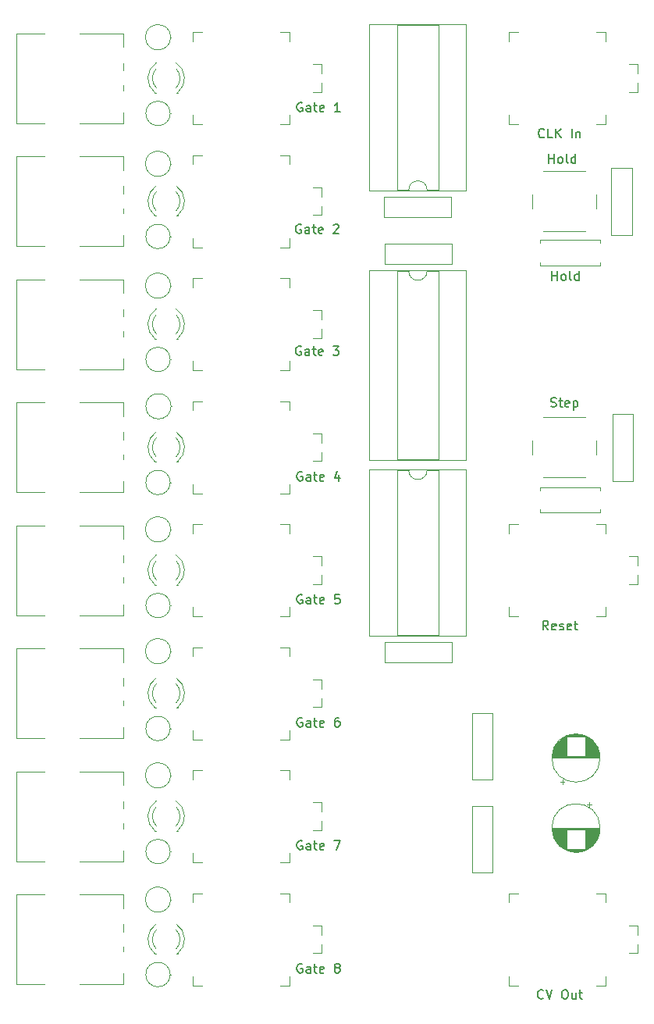
<source format=gbr>
G04 #@! TF.GenerationSoftware,KiCad,Pcbnew,(5.1.9)-1*
G04 #@! TF.CreationDate,2021-04-09T10:44:14+02:00*
G04 #@! TF.ProjectId,Baby 8,42616279-2038-42e6-9b69-6361645f7063,rev?*
G04 #@! TF.SameCoordinates,Original*
G04 #@! TF.FileFunction,Legend,Top*
G04 #@! TF.FilePolarity,Positive*
%FSLAX46Y46*%
G04 Gerber Fmt 4.6, Leading zero omitted, Abs format (unit mm)*
G04 Created by KiCad (PCBNEW (5.1.9)-1) date 2021-04-09 10:44:14*
%MOMM*%
%LPD*%
G01*
G04 APERTURE LIST*
%ADD10C,0.120000*%
%ADD11C,0.150000*%
G04 APERTURE END LIST*
D10*
G04 #@! TO.C,RV8*
X12455000Y-98670000D02*
X12455000Y-99500000D01*
X12455000Y-101120000D02*
X12455000Y-101650000D01*
X12455000Y-104020000D02*
X12455000Y-105200000D01*
X12455000Y-95460000D02*
X7735000Y-95460000D01*
X3925000Y-105200000D02*
X865000Y-105200000D01*
X12455000Y-105210000D02*
X7735000Y-105210000D01*
X3925000Y-95460000D02*
X865000Y-95460000D01*
X12455000Y-95460000D02*
X12455000Y-96950000D01*
X865000Y-95460000D02*
X865000Y-105200000D01*
G04 #@! TO.C,RV7*
X12455000Y-85335000D02*
X12455000Y-86165000D01*
X12455000Y-87785000D02*
X12455000Y-88315000D01*
X12455000Y-90685000D02*
X12455000Y-91865000D01*
X12455000Y-82125000D02*
X7735000Y-82125000D01*
X3925000Y-91865000D02*
X865000Y-91865000D01*
X12455000Y-91875000D02*
X7735000Y-91875000D01*
X3925000Y-82125000D02*
X865000Y-82125000D01*
X12455000Y-82125000D02*
X12455000Y-83615000D01*
X865000Y-82125000D02*
X865000Y-91865000D01*
G04 #@! TO.C,RV6*
X12455000Y-72000000D02*
X12455000Y-72830000D01*
X12455000Y-74450000D02*
X12455000Y-74980000D01*
X12455000Y-77350000D02*
X12455000Y-78530000D01*
X12455000Y-68790000D02*
X7735000Y-68790000D01*
X3925000Y-78530000D02*
X865000Y-78530000D01*
X12455000Y-78540000D02*
X7735000Y-78540000D01*
X3925000Y-68790000D02*
X865000Y-68790000D01*
X12455000Y-68790000D02*
X12455000Y-70280000D01*
X865000Y-68790000D02*
X865000Y-78530000D01*
G04 #@! TO.C,RV5*
X12455000Y-58665000D02*
X12455000Y-59495000D01*
X12455000Y-61115000D02*
X12455000Y-61645000D01*
X12455000Y-64015000D02*
X12455000Y-65195000D01*
X12455000Y-55455000D02*
X7735000Y-55455000D01*
X3925000Y-65195000D02*
X865000Y-65195000D01*
X12455000Y-65205000D02*
X7735000Y-65205000D01*
X3925000Y-55455000D02*
X865000Y-55455000D01*
X12455000Y-55455000D02*
X12455000Y-56945000D01*
X865000Y-55455000D02*
X865000Y-65195000D01*
G04 #@! TO.C,RV4*
X12455000Y-45330000D02*
X12455000Y-46160000D01*
X12455000Y-47780000D02*
X12455000Y-48310000D01*
X12455000Y-50680000D02*
X12455000Y-51860000D01*
X12455000Y-42120000D02*
X7735000Y-42120000D01*
X3925000Y-51860000D02*
X865000Y-51860000D01*
X12455000Y-51870000D02*
X7735000Y-51870000D01*
X3925000Y-42120000D02*
X865000Y-42120000D01*
X12455000Y-42120000D02*
X12455000Y-43610000D01*
X865000Y-42120000D02*
X865000Y-51860000D01*
G04 #@! TO.C,RV3*
X12455000Y-31995000D02*
X12455000Y-32825000D01*
X12455000Y-34445000D02*
X12455000Y-34975000D01*
X12455000Y-37345000D02*
X12455000Y-38525000D01*
X12455000Y-28785000D02*
X7735000Y-28785000D01*
X3925000Y-38525000D02*
X865000Y-38525000D01*
X12455000Y-38535000D02*
X7735000Y-38535000D01*
X3925000Y-28785000D02*
X865000Y-28785000D01*
X12455000Y-28785000D02*
X12455000Y-30275000D01*
X865000Y-28785000D02*
X865000Y-38525000D01*
G04 #@! TO.C,RV2*
X12455000Y-18660000D02*
X12455000Y-19490000D01*
X12455000Y-21110000D02*
X12455000Y-21640000D01*
X12455000Y-24010000D02*
X12455000Y-25190000D01*
X12455000Y-15450000D02*
X7735000Y-15450000D01*
X3925000Y-25190000D02*
X865000Y-25190000D01*
X12455000Y-25200000D02*
X7735000Y-25200000D01*
X3925000Y-15450000D02*
X865000Y-15450000D01*
X12455000Y-15450000D02*
X12455000Y-16940000D01*
X865000Y-15450000D02*
X865000Y-25190000D01*
G04 #@! TO.C,RV1*
X12455000Y-5325000D02*
X12455000Y-6155000D01*
X12455000Y-7775000D02*
X12455000Y-8305000D01*
X12455000Y-10675000D02*
X12455000Y-11855000D01*
X12455000Y-2115000D02*
X7735000Y-2115000D01*
X3925000Y-11855000D02*
X865000Y-11855000D01*
X12455000Y-11865000D02*
X7735000Y-11865000D01*
X3925000Y-2115000D02*
X865000Y-2115000D01*
X12455000Y-2115000D02*
X12455000Y-3605000D01*
X865000Y-2115000D02*
X865000Y-11855000D01*
G04 #@! TO.C,J5*
X34035000Y-5485000D02*
X33035000Y-5485000D01*
X34035000Y-6485000D02*
X34035000Y-5485000D01*
X34035000Y-8485000D02*
X34035000Y-7485000D01*
X33035000Y-8485000D02*
X34035000Y-8485000D01*
X20035000Y-2985000D02*
X20035000Y-1985000D01*
X20035000Y-1985000D02*
X21035000Y-1985000D01*
X20035000Y-10985000D02*
X20035000Y-11985000D01*
X20035000Y-11985000D02*
X21035000Y-11985000D01*
X29535000Y-11985000D02*
X30535000Y-11985000D01*
X30535000Y-11985000D02*
X30535000Y-10985000D01*
X29535000Y-1985000D02*
X30535000Y-1985000D01*
X30535000Y-1985000D02*
X30535000Y-2985000D01*
G04 #@! TO.C,J12*
X34035000Y-98830000D02*
X33035000Y-98830000D01*
X34035000Y-99830000D02*
X34035000Y-98830000D01*
X34035000Y-101830000D02*
X34035000Y-100830000D01*
X33035000Y-101830000D02*
X34035000Y-101830000D01*
X20035000Y-96330000D02*
X20035000Y-95330000D01*
X20035000Y-95330000D02*
X21035000Y-95330000D01*
X20035000Y-104330000D02*
X20035000Y-105330000D01*
X20035000Y-105330000D02*
X21035000Y-105330000D01*
X29535000Y-105330000D02*
X30535000Y-105330000D01*
X30535000Y-105330000D02*
X30535000Y-104330000D01*
X29535000Y-95330000D02*
X30535000Y-95330000D01*
X30535000Y-95330000D02*
X30535000Y-96330000D01*
G04 #@! TO.C,J11*
X34035000Y-85495000D02*
X33035000Y-85495000D01*
X34035000Y-86495000D02*
X34035000Y-85495000D01*
X34035000Y-88495000D02*
X34035000Y-87495000D01*
X33035000Y-88495000D02*
X34035000Y-88495000D01*
X20035000Y-82995000D02*
X20035000Y-81995000D01*
X20035000Y-81995000D02*
X21035000Y-81995000D01*
X20035000Y-90995000D02*
X20035000Y-91995000D01*
X20035000Y-91995000D02*
X21035000Y-91995000D01*
X29535000Y-91995000D02*
X30535000Y-91995000D01*
X30535000Y-91995000D02*
X30535000Y-90995000D01*
X29535000Y-81995000D02*
X30535000Y-81995000D01*
X30535000Y-81995000D02*
X30535000Y-82995000D01*
G04 #@! TO.C,J10*
X34035000Y-72160000D02*
X33035000Y-72160000D01*
X34035000Y-73160000D02*
X34035000Y-72160000D01*
X34035000Y-75160000D02*
X34035000Y-74160000D01*
X33035000Y-75160000D02*
X34035000Y-75160000D01*
X20035000Y-69660000D02*
X20035000Y-68660000D01*
X20035000Y-68660000D02*
X21035000Y-68660000D01*
X20035000Y-77660000D02*
X20035000Y-78660000D01*
X20035000Y-78660000D02*
X21035000Y-78660000D01*
X29535000Y-78660000D02*
X30535000Y-78660000D01*
X30535000Y-78660000D02*
X30535000Y-77660000D01*
X29535000Y-68660000D02*
X30535000Y-68660000D01*
X30535000Y-68660000D02*
X30535000Y-69660000D01*
G04 #@! TO.C,J9*
X34035000Y-58825000D02*
X33035000Y-58825000D01*
X34035000Y-59825000D02*
X34035000Y-58825000D01*
X34035000Y-61825000D02*
X34035000Y-60825000D01*
X33035000Y-61825000D02*
X34035000Y-61825000D01*
X20035000Y-56325000D02*
X20035000Y-55325000D01*
X20035000Y-55325000D02*
X21035000Y-55325000D01*
X20035000Y-64325000D02*
X20035000Y-65325000D01*
X20035000Y-65325000D02*
X21035000Y-65325000D01*
X29535000Y-65325000D02*
X30535000Y-65325000D01*
X30535000Y-65325000D02*
X30535000Y-64325000D01*
X29535000Y-55325000D02*
X30535000Y-55325000D01*
X30535000Y-55325000D02*
X30535000Y-56325000D01*
G04 #@! TO.C,J8*
X34035000Y-45490000D02*
X33035000Y-45490000D01*
X34035000Y-46490000D02*
X34035000Y-45490000D01*
X34035000Y-48490000D02*
X34035000Y-47490000D01*
X33035000Y-48490000D02*
X34035000Y-48490000D01*
X20035000Y-42990000D02*
X20035000Y-41990000D01*
X20035000Y-41990000D02*
X21035000Y-41990000D01*
X20035000Y-50990000D02*
X20035000Y-51990000D01*
X20035000Y-51990000D02*
X21035000Y-51990000D01*
X29535000Y-51990000D02*
X30535000Y-51990000D01*
X30535000Y-51990000D02*
X30535000Y-50990000D01*
X29535000Y-41990000D02*
X30535000Y-41990000D01*
X30535000Y-41990000D02*
X30535000Y-42990000D01*
G04 #@! TO.C,J7*
X34035000Y-32155000D02*
X33035000Y-32155000D01*
X34035000Y-33155000D02*
X34035000Y-32155000D01*
X34035000Y-35155000D02*
X34035000Y-34155000D01*
X33035000Y-35155000D02*
X34035000Y-35155000D01*
X20035000Y-29655000D02*
X20035000Y-28655000D01*
X20035000Y-28655000D02*
X21035000Y-28655000D01*
X20035000Y-37655000D02*
X20035000Y-38655000D01*
X20035000Y-38655000D02*
X21035000Y-38655000D01*
X29535000Y-38655000D02*
X30535000Y-38655000D01*
X30535000Y-38655000D02*
X30535000Y-37655000D01*
X29535000Y-28655000D02*
X30535000Y-28655000D01*
X30535000Y-28655000D02*
X30535000Y-29655000D01*
G04 #@! TO.C,J6*
X34035000Y-18820000D02*
X33035000Y-18820000D01*
X34035000Y-19820000D02*
X34035000Y-18820000D01*
X34035000Y-21820000D02*
X34035000Y-20820000D01*
X33035000Y-21820000D02*
X34035000Y-21820000D01*
X20035000Y-16320000D02*
X20035000Y-15320000D01*
X20035000Y-15320000D02*
X21035000Y-15320000D01*
X20035000Y-24320000D02*
X20035000Y-25320000D01*
X20035000Y-25320000D02*
X21035000Y-25320000D01*
X29535000Y-25320000D02*
X30535000Y-25320000D01*
X30535000Y-25320000D02*
X30535000Y-24320000D01*
X29535000Y-15320000D02*
X30535000Y-15320000D01*
X30535000Y-15320000D02*
X30535000Y-16320000D01*
G04 #@! TO.C,J4*
X68325000Y-58825000D02*
X67325000Y-58825000D01*
X68325000Y-59825000D02*
X68325000Y-58825000D01*
X68325000Y-61825000D02*
X68325000Y-60825000D01*
X67325000Y-61825000D02*
X68325000Y-61825000D01*
X54325000Y-56325000D02*
X54325000Y-55325000D01*
X54325000Y-55325000D02*
X55325000Y-55325000D01*
X54325000Y-64325000D02*
X54325000Y-65325000D01*
X54325000Y-65325000D02*
X55325000Y-65325000D01*
X63825000Y-65325000D02*
X64825000Y-65325000D01*
X64825000Y-65325000D02*
X64825000Y-64325000D01*
X63825000Y-55325000D02*
X64825000Y-55325000D01*
X64825000Y-55325000D02*
X64825000Y-56325000D01*
G04 #@! TO.C,J3*
X68325000Y-5485000D02*
X67325000Y-5485000D01*
X68325000Y-6485000D02*
X68325000Y-5485000D01*
X68325000Y-8485000D02*
X68325000Y-7485000D01*
X67325000Y-8485000D02*
X68325000Y-8485000D01*
X54325000Y-2985000D02*
X54325000Y-1985000D01*
X54325000Y-1985000D02*
X55325000Y-1985000D01*
X54325000Y-10985000D02*
X54325000Y-11985000D01*
X54325000Y-11985000D02*
X55325000Y-11985000D01*
X63825000Y-11985000D02*
X64825000Y-11985000D01*
X64825000Y-11985000D02*
X64825000Y-10985000D01*
X63825000Y-1985000D02*
X64825000Y-1985000D01*
X64825000Y-1985000D02*
X64825000Y-2985000D01*
G04 #@! TO.C,J2*
X68325000Y-98830000D02*
X67325000Y-98830000D01*
X68325000Y-99830000D02*
X68325000Y-98830000D01*
X68325000Y-101830000D02*
X68325000Y-100830000D01*
X67325000Y-101830000D02*
X68325000Y-101830000D01*
X54325000Y-96330000D02*
X54325000Y-95330000D01*
X54325000Y-95330000D02*
X55325000Y-95330000D01*
X54325000Y-104330000D02*
X54325000Y-105330000D01*
X54325000Y-105330000D02*
X55325000Y-105330000D01*
X63825000Y-105330000D02*
X64825000Y-105330000D01*
X64825000Y-105330000D02*
X64825000Y-104330000D01*
X63825000Y-95330000D02*
X64825000Y-95330000D01*
X64825000Y-95330000D02*
X64825000Y-96330000D01*
G04 #@! TO.C,D8*
X17582371Y-104140000D02*
G75*
G03*
X17582371Y-104140000I-1326371J0D01*
G01*
X17582371Y-104140000D02*
X17696000Y-104140000D01*
G04 #@! TO.C,D7*
X17582371Y-90805000D02*
G75*
G03*
X17582371Y-90805000I-1326371J0D01*
G01*
X17582371Y-90805000D02*
X17696000Y-90805000D01*
G04 #@! TO.C,D6*
X17582371Y-77470000D02*
G75*
G03*
X17582371Y-77470000I-1326371J0D01*
G01*
X17582371Y-77470000D02*
X17696000Y-77470000D01*
G04 #@! TO.C,D5*
X17582371Y-64135000D02*
G75*
G03*
X17582371Y-64135000I-1326371J0D01*
G01*
X17582371Y-64135000D02*
X17696000Y-64135000D01*
G04 #@! TO.C,D4*
X17582371Y-50800000D02*
G75*
G03*
X17582371Y-50800000I-1326371J0D01*
G01*
X17582371Y-50800000D02*
X17696000Y-50800000D01*
G04 #@! TO.C,D3*
X17582371Y-37465000D02*
G75*
G03*
X17582371Y-37465000I-1326371J0D01*
G01*
X17582371Y-37465000D02*
X17696000Y-37465000D01*
G04 #@! TO.C,D2*
X17582371Y-24130000D02*
G75*
G03*
X17582371Y-24130000I-1326371J0D01*
G01*
X17582371Y-24130000D02*
X17696000Y-24130000D01*
G04 #@! TO.C,D1*
X17582371Y-10795000D02*
G75*
G03*
X17582371Y-10795000I-1326371J0D01*
G01*
X17582371Y-10795000D02*
X17696000Y-10795000D01*
G04 #@! TO.C,R10*
X17626000Y-96012000D02*
G75*
G03*
X17626000Y-96012000I-1370000J0D01*
G01*
X17626000Y-96012000D02*
X17696000Y-96012000D01*
G04 #@! TO.C,R9*
X17626000Y-82550000D02*
G75*
G03*
X17626000Y-82550000I-1370000J0D01*
G01*
X17626000Y-82550000D02*
X17696000Y-82550000D01*
G04 #@! TO.C,R8*
X17626000Y-69088000D02*
G75*
G03*
X17626000Y-69088000I-1370000J0D01*
G01*
X17626000Y-69088000D02*
X17696000Y-69088000D01*
G04 #@! TO.C,R7*
X17626000Y-55880000D02*
G75*
G03*
X17626000Y-55880000I-1370000J0D01*
G01*
X17626000Y-55880000D02*
X17696000Y-55880000D01*
G04 #@! TO.C,R6*
X17670000Y-42545000D02*
G75*
G03*
X17670000Y-42545000I-1370000J0D01*
G01*
X17670000Y-42545000D02*
X17740000Y-42545000D01*
G04 #@! TO.C,R5*
X17626000Y-29464000D02*
G75*
G03*
X17626000Y-29464000I-1370000J0D01*
G01*
X17626000Y-29464000D02*
X17696000Y-29464000D01*
G04 #@! TO.C,R4*
X17626000Y-16256000D02*
G75*
G03*
X17626000Y-16256000I-1370000J0D01*
G01*
X17626000Y-16256000D02*
X17696000Y-16256000D01*
G04 #@! TO.C,R3*
X17626000Y-2540000D02*
G75*
G03*
X17626000Y-2540000I-1370000J0D01*
G01*
X17626000Y-2540000D02*
X17696000Y-2540000D01*
G04 #@! TO.C,C9*
X59870000Y-83219775D02*
X60370000Y-83219775D01*
X60120000Y-83469775D02*
X60120000Y-82969775D01*
X61311000Y-78064000D02*
X61879000Y-78064000D01*
X61077000Y-78104000D02*
X62113000Y-78104000D01*
X60918000Y-78144000D02*
X62272000Y-78144000D01*
X60790000Y-78184000D02*
X62400000Y-78184000D01*
X60680000Y-78224000D02*
X62510000Y-78224000D01*
X60584000Y-78264000D02*
X62606000Y-78264000D01*
X60497000Y-78304000D02*
X62693000Y-78304000D01*
X60417000Y-78344000D02*
X62773000Y-78344000D01*
X62635000Y-78384000D02*
X62846000Y-78384000D01*
X60344000Y-78384000D02*
X60555000Y-78384000D01*
X62635000Y-78424000D02*
X62914000Y-78424000D01*
X60276000Y-78424000D02*
X60555000Y-78424000D01*
X62635000Y-78464000D02*
X62978000Y-78464000D01*
X60212000Y-78464000D02*
X60555000Y-78464000D01*
X62635000Y-78504000D02*
X63038000Y-78504000D01*
X60152000Y-78504000D02*
X60555000Y-78504000D01*
X62635000Y-78544000D02*
X63095000Y-78544000D01*
X60095000Y-78544000D02*
X60555000Y-78544000D01*
X62635000Y-78584000D02*
X63149000Y-78584000D01*
X60041000Y-78584000D02*
X60555000Y-78584000D01*
X62635000Y-78624000D02*
X63200000Y-78624000D01*
X59990000Y-78624000D02*
X60555000Y-78624000D01*
X62635000Y-78664000D02*
X63248000Y-78664000D01*
X59942000Y-78664000D02*
X60555000Y-78664000D01*
X62635000Y-78704000D02*
X63294000Y-78704000D01*
X59896000Y-78704000D02*
X60555000Y-78704000D01*
X62635000Y-78744000D02*
X63338000Y-78744000D01*
X59852000Y-78744000D02*
X60555000Y-78744000D01*
X62635000Y-78784000D02*
X63380000Y-78784000D01*
X59810000Y-78784000D02*
X60555000Y-78784000D01*
X62635000Y-78824000D02*
X63421000Y-78824000D01*
X59769000Y-78824000D02*
X60555000Y-78824000D01*
X62635000Y-78864000D02*
X63459000Y-78864000D01*
X59731000Y-78864000D02*
X60555000Y-78864000D01*
X62635000Y-78904000D02*
X63496000Y-78904000D01*
X59694000Y-78904000D02*
X60555000Y-78904000D01*
X62635000Y-78944000D02*
X63532000Y-78944000D01*
X59658000Y-78944000D02*
X60555000Y-78944000D01*
X62635000Y-78984000D02*
X63566000Y-78984000D01*
X59624000Y-78984000D02*
X60555000Y-78984000D01*
X62635000Y-79024000D02*
X63599000Y-79024000D01*
X59591000Y-79024000D02*
X60555000Y-79024000D01*
X62635000Y-79064000D02*
X63630000Y-79064000D01*
X59560000Y-79064000D02*
X60555000Y-79064000D01*
X62635000Y-79104000D02*
X63660000Y-79104000D01*
X59530000Y-79104000D02*
X60555000Y-79104000D01*
X62635000Y-79144000D02*
X63690000Y-79144000D01*
X59500000Y-79144000D02*
X60555000Y-79144000D01*
X62635000Y-79184000D02*
X63717000Y-79184000D01*
X59473000Y-79184000D02*
X60555000Y-79184000D01*
X62635000Y-79224000D02*
X63744000Y-79224000D01*
X59446000Y-79224000D02*
X60555000Y-79224000D01*
X62635000Y-79264000D02*
X63770000Y-79264000D01*
X59420000Y-79264000D02*
X60555000Y-79264000D01*
X62635000Y-79304000D02*
X63795000Y-79304000D01*
X59395000Y-79304000D02*
X60555000Y-79304000D01*
X62635000Y-79344000D02*
X63819000Y-79344000D01*
X59371000Y-79344000D02*
X60555000Y-79344000D01*
X62635000Y-79384000D02*
X63842000Y-79384000D01*
X59348000Y-79384000D02*
X60555000Y-79384000D01*
X62635000Y-79424000D02*
X63863000Y-79424000D01*
X59327000Y-79424000D02*
X60555000Y-79424000D01*
X62635000Y-79464000D02*
X63885000Y-79464000D01*
X59305000Y-79464000D02*
X60555000Y-79464000D01*
X62635000Y-79504000D02*
X63905000Y-79504000D01*
X59285000Y-79504000D02*
X60555000Y-79504000D01*
X62635000Y-79544000D02*
X63924000Y-79544000D01*
X59266000Y-79544000D02*
X60555000Y-79544000D01*
X62635000Y-79584000D02*
X63943000Y-79584000D01*
X59247000Y-79584000D02*
X60555000Y-79584000D01*
X62635000Y-79624000D02*
X63960000Y-79624000D01*
X59230000Y-79624000D02*
X60555000Y-79624000D01*
X62635000Y-79664000D02*
X63977000Y-79664000D01*
X59213000Y-79664000D02*
X60555000Y-79664000D01*
X62635000Y-79704000D02*
X63993000Y-79704000D01*
X59197000Y-79704000D02*
X60555000Y-79704000D01*
X62635000Y-79744000D02*
X64009000Y-79744000D01*
X59181000Y-79744000D02*
X60555000Y-79744000D01*
X62635000Y-79784000D02*
X64023000Y-79784000D01*
X59167000Y-79784000D02*
X60555000Y-79784000D01*
X62635000Y-79824000D02*
X64037000Y-79824000D01*
X59153000Y-79824000D02*
X60555000Y-79824000D01*
X62635000Y-79864000D02*
X64050000Y-79864000D01*
X59140000Y-79864000D02*
X60555000Y-79864000D01*
X62635000Y-79904000D02*
X64063000Y-79904000D01*
X59127000Y-79904000D02*
X60555000Y-79904000D01*
X62635000Y-79944000D02*
X64075000Y-79944000D01*
X59115000Y-79944000D02*
X60555000Y-79944000D01*
X62635000Y-79985000D02*
X64086000Y-79985000D01*
X59104000Y-79985000D02*
X60555000Y-79985000D01*
X62635000Y-80025000D02*
X64096000Y-80025000D01*
X59094000Y-80025000D02*
X60555000Y-80025000D01*
X62635000Y-80065000D02*
X64106000Y-80065000D01*
X59084000Y-80065000D02*
X60555000Y-80065000D01*
X62635000Y-80105000D02*
X64115000Y-80105000D01*
X59075000Y-80105000D02*
X60555000Y-80105000D01*
X62635000Y-80145000D02*
X64123000Y-80145000D01*
X59067000Y-80145000D02*
X60555000Y-80145000D01*
X62635000Y-80185000D02*
X64131000Y-80185000D01*
X59059000Y-80185000D02*
X60555000Y-80185000D01*
X62635000Y-80225000D02*
X64138000Y-80225000D01*
X59052000Y-80225000D02*
X60555000Y-80225000D01*
X62635000Y-80265000D02*
X64145000Y-80265000D01*
X59045000Y-80265000D02*
X60555000Y-80265000D01*
X62635000Y-80305000D02*
X64151000Y-80305000D01*
X59039000Y-80305000D02*
X60555000Y-80305000D01*
X62635000Y-80345000D02*
X64156000Y-80345000D01*
X59034000Y-80345000D02*
X60555000Y-80345000D01*
X62635000Y-80385000D02*
X64160000Y-80385000D01*
X59030000Y-80385000D02*
X60555000Y-80385000D01*
X62635000Y-80425000D02*
X64164000Y-80425000D01*
X59026000Y-80425000D02*
X60555000Y-80425000D01*
X59022000Y-80465000D02*
X64168000Y-80465000D01*
X59019000Y-80505000D02*
X64171000Y-80505000D01*
X59017000Y-80545000D02*
X64173000Y-80545000D01*
X59016000Y-80585000D02*
X64174000Y-80585000D01*
X59015000Y-80625000D02*
X64175000Y-80625000D01*
X59015000Y-80665000D02*
X64175000Y-80665000D01*
X64215000Y-80665000D02*
G75*
G03*
X64215000Y-80665000I-2620000J0D01*
G01*
G04 #@! TO.C,C8*
X63320000Y-85690225D02*
X62820000Y-85690225D01*
X63070000Y-85440225D02*
X63070000Y-85940225D01*
X61879000Y-90846000D02*
X61311000Y-90846000D01*
X62113000Y-90806000D02*
X61077000Y-90806000D01*
X62272000Y-90766000D02*
X60918000Y-90766000D01*
X62400000Y-90726000D02*
X60790000Y-90726000D01*
X62510000Y-90686000D02*
X60680000Y-90686000D01*
X62606000Y-90646000D02*
X60584000Y-90646000D01*
X62693000Y-90606000D02*
X60497000Y-90606000D01*
X62773000Y-90566000D02*
X60417000Y-90566000D01*
X60555000Y-90526000D02*
X60344000Y-90526000D01*
X62846000Y-90526000D02*
X62635000Y-90526000D01*
X60555000Y-90486000D02*
X60276000Y-90486000D01*
X62914000Y-90486000D02*
X62635000Y-90486000D01*
X60555000Y-90446000D02*
X60212000Y-90446000D01*
X62978000Y-90446000D02*
X62635000Y-90446000D01*
X60555000Y-90406000D02*
X60152000Y-90406000D01*
X63038000Y-90406000D02*
X62635000Y-90406000D01*
X60555000Y-90366000D02*
X60095000Y-90366000D01*
X63095000Y-90366000D02*
X62635000Y-90366000D01*
X60555000Y-90326000D02*
X60041000Y-90326000D01*
X63149000Y-90326000D02*
X62635000Y-90326000D01*
X60555000Y-90286000D02*
X59990000Y-90286000D01*
X63200000Y-90286000D02*
X62635000Y-90286000D01*
X60555000Y-90246000D02*
X59942000Y-90246000D01*
X63248000Y-90246000D02*
X62635000Y-90246000D01*
X60555000Y-90206000D02*
X59896000Y-90206000D01*
X63294000Y-90206000D02*
X62635000Y-90206000D01*
X60555000Y-90166000D02*
X59852000Y-90166000D01*
X63338000Y-90166000D02*
X62635000Y-90166000D01*
X60555000Y-90126000D02*
X59810000Y-90126000D01*
X63380000Y-90126000D02*
X62635000Y-90126000D01*
X60555000Y-90086000D02*
X59769000Y-90086000D01*
X63421000Y-90086000D02*
X62635000Y-90086000D01*
X60555000Y-90046000D02*
X59731000Y-90046000D01*
X63459000Y-90046000D02*
X62635000Y-90046000D01*
X60555000Y-90006000D02*
X59694000Y-90006000D01*
X63496000Y-90006000D02*
X62635000Y-90006000D01*
X60555000Y-89966000D02*
X59658000Y-89966000D01*
X63532000Y-89966000D02*
X62635000Y-89966000D01*
X60555000Y-89926000D02*
X59624000Y-89926000D01*
X63566000Y-89926000D02*
X62635000Y-89926000D01*
X60555000Y-89886000D02*
X59591000Y-89886000D01*
X63599000Y-89886000D02*
X62635000Y-89886000D01*
X60555000Y-89846000D02*
X59560000Y-89846000D01*
X63630000Y-89846000D02*
X62635000Y-89846000D01*
X60555000Y-89806000D02*
X59530000Y-89806000D01*
X63660000Y-89806000D02*
X62635000Y-89806000D01*
X60555000Y-89766000D02*
X59500000Y-89766000D01*
X63690000Y-89766000D02*
X62635000Y-89766000D01*
X60555000Y-89726000D02*
X59473000Y-89726000D01*
X63717000Y-89726000D02*
X62635000Y-89726000D01*
X60555000Y-89686000D02*
X59446000Y-89686000D01*
X63744000Y-89686000D02*
X62635000Y-89686000D01*
X60555000Y-89646000D02*
X59420000Y-89646000D01*
X63770000Y-89646000D02*
X62635000Y-89646000D01*
X60555000Y-89606000D02*
X59395000Y-89606000D01*
X63795000Y-89606000D02*
X62635000Y-89606000D01*
X60555000Y-89566000D02*
X59371000Y-89566000D01*
X63819000Y-89566000D02*
X62635000Y-89566000D01*
X60555000Y-89526000D02*
X59348000Y-89526000D01*
X63842000Y-89526000D02*
X62635000Y-89526000D01*
X60555000Y-89486000D02*
X59327000Y-89486000D01*
X63863000Y-89486000D02*
X62635000Y-89486000D01*
X60555000Y-89446000D02*
X59305000Y-89446000D01*
X63885000Y-89446000D02*
X62635000Y-89446000D01*
X60555000Y-89406000D02*
X59285000Y-89406000D01*
X63905000Y-89406000D02*
X62635000Y-89406000D01*
X60555000Y-89366000D02*
X59266000Y-89366000D01*
X63924000Y-89366000D02*
X62635000Y-89366000D01*
X60555000Y-89326000D02*
X59247000Y-89326000D01*
X63943000Y-89326000D02*
X62635000Y-89326000D01*
X60555000Y-89286000D02*
X59230000Y-89286000D01*
X63960000Y-89286000D02*
X62635000Y-89286000D01*
X60555000Y-89246000D02*
X59213000Y-89246000D01*
X63977000Y-89246000D02*
X62635000Y-89246000D01*
X60555000Y-89206000D02*
X59197000Y-89206000D01*
X63993000Y-89206000D02*
X62635000Y-89206000D01*
X60555000Y-89166000D02*
X59181000Y-89166000D01*
X64009000Y-89166000D02*
X62635000Y-89166000D01*
X60555000Y-89126000D02*
X59167000Y-89126000D01*
X64023000Y-89126000D02*
X62635000Y-89126000D01*
X60555000Y-89086000D02*
X59153000Y-89086000D01*
X64037000Y-89086000D02*
X62635000Y-89086000D01*
X60555000Y-89046000D02*
X59140000Y-89046000D01*
X64050000Y-89046000D02*
X62635000Y-89046000D01*
X60555000Y-89006000D02*
X59127000Y-89006000D01*
X64063000Y-89006000D02*
X62635000Y-89006000D01*
X60555000Y-88966000D02*
X59115000Y-88966000D01*
X64075000Y-88966000D02*
X62635000Y-88966000D01*
X60555000Y-88925000D02*
X59104000Y-88925000D01*
X64086000Y-88925000D02*
X62635000Y-88925000D01*
X60555000Y-88885000D02*
X59094000Y-88885000D01*
X64096000Y-88885000D02*
X62635000Y-88885000D01*
X60555000Y-88845000D02*
X59084000Y-88845000D01*
X64106000Y-88845000D02*
X62635000Y-88845000D01*
X60555000Y-88805000D02*
X59075000Y-88805000D01*
X64115000Y-88805000D02*
X62635000Y-88805000D01*
X60555000Y-88765000D02*
X59067000Y-88765000D01*
X64123000Y-88765000D02*
X62635000Y-88765000D01*
X60555000Y-88725000D02*
X59059000Y-88725000D01*
X64131000Y-88725000D02*
X62635000Y-88725000D01*
X60555000Y-88685000D02*
X59052000Y-88685000D01*
X64138000Y-88685000D02*
X62635000Y-88685000D01*
X60555000Y-88645000D02*
X59045000Y-88645000D01*
X64145000Y-88645000D02*
X62635000Y-88645000D01*
X60555000Y-88605000D02*
X59039000Y-88605000D01*
X64151000Y-88605000D02*
X62635000Y-88605000D01*
X60555000Y-88565000D02*
X59034000Y-88565000D01*
X64156000Y-88565000D02*
X62635000Y-88565000D01*
X60555000Y-88525000D02*
X59030000Y-88525000D01*
X64160000Y-88525000D02*
X62635000Y-88525000D01*
X60555000Y-88485000D02*
X59026000Y-88485000D01*
X64164000Y-88485000D02*
X62635000Y-88485000D01*
X64168000Y-88445000D02*
X59022000Y-88445000D01*
X64171000Y-88405000D02*
X59019000Y-88405000D01*
X64173000Y-88365000D02*
X59017000Y-88365000D01*
X64174000Y-88325000D02*
X59016000Y-88325000D01*
X64175000Y-88285000D02*
X59015000Y-88285000D01*
X64175000Y-88245000D02*
X59015000Y-88245000D01*
X64215000Y-88245000D02*
G75*
G03*
X64215000Y-88245000I-2620000J0D01*
G01*
G04 #@! TO.C,U3*
X49700000Y-27820000D02*
X39200000Y-27820000D01*
X49700000Y-48380000D02*
X49700000Y-27820000D01*
X39200000Y-48380000D02*
X49700000Y-48380000D01*
X39200000Y-27820000D02*
X39200000Y-48380000D01*
X46700000Y-27880000D02*
X45450000Y-27880000D01*
X46700000Y-48320000D02*
X46700000Y-27880000D01*
X42200000Y-48320000D02*
X46700000Y-48320000D01*
X42200000Y-27880000D02*
X42200000Y-48320000D01*
X43450000Y-27880000D02*
X42200000Y-27880000D01*
X45450000Y-27880000D02*
G75*
G02*
X43450000Y-27880000I-1000000J0D01*
G01*
G04 #@! TO.C,C7*
X40870000Y-27155000D02*
X40870000Y-24915000D01*
X48110000Y-27155000D02*
X48110000Y-24915000D01*
X48110000Y-24915000D02*
X40870000Y-24915000D01*
X48110000Y-27155000D02*
X40870000Y-27155000D01*
G04 #@! TO.C,C6*
X40870000Y-70335000D02*
X40870000Y-68095000D01*
X48110000Y-70335000D02*
X48110000Y-68095000D01*
X48110000Y-68095000D02*
X40870000Y-68095000D01*
X48110000Y-70335000D02*
X40870000Y-70335000D01*
G04 #@! TO.C,C5*
X48030000Y-19835000D02*
X48030000Y-22075000D01*
X40790000Y-19835000D02*
X40790000Y-22075000D01*
X40790000Y-22075000D02*
X48030000Y-22075000D01*
X40790000Y-19835000D02*
X48030000Y-19835000D01*
G04 #@! TO.C,C4*
X50315000Y-75795000D02*
X52555000Y-75795000D01*
X50315000Y-83035000D02*
X52555000Y-83035000D01*
X52555000Y-83035000D02*
X52555000Y-75795000D01*
X50315000Y-83035000D02*
X50315000Y-75795000D01*
G04 #@! TO.C,C3*
X52555000Y-93115000D02*
X50315000Y-93115000D01*
X52555000Y-85875000D02*
X50315000Y-85875000D01*
X50315000Y-85875000D02*
X50315000Y-93115000D01*
X52555000Y-85875000D02*
X52555000Y-93115000D01*
G04 #@! TO.C,D16*
X18225000Y-101890000D02*
X18381000Y-101890000D01*
X15909000Y-101890000D02*
X16065000Y-101890000D01*
X18224837Y-99288870D02*
G75*
G02*
X18225000Y-101370961I-1079837J-1041130D01*
G01*
X16065163Y-99288870D02*
G75*
G03*
X16065000Y-101370961I1079837J-1041130D01*
G01*
X18223608Y-98657665D02*
G75*
G02*
X18380516Y-101890000I-1078608J-1672335D01*
G01*
X16066392Y-98657665D02*
G75*
G03*
X15909484Y-101890000I1078608J-1672335D01*
G01*
G04 #@! TO.C,D15*
X18225000Y-88555000D02*
X18381000Y-88555000D01*
X15909000Y-88555000D02*
X16065000Y-88555000D01*
X18224837Y-85953870D02*
G75*
G02*
X18225000Y-88035961I-1079837J-1041130D01*
G01*
X16065163Y-85953870D02*
G75*
G03*
X16065000Y-88035961I1079837J-1041130D01*
G01*
X18223608Y-85322665D02*
G75*
G02*
X18380516Y-88555000I-1078608J-1672335D01*
G01*
X16066392Y-85322665D02*
G75*
G03*
X15909484Y-88555000I1078608J-1672335D01*
G01*
G04 #@! TO.C,D14*
X18225000Y-75220000D02*
X18381000Y-75220000D01*
X15909000Y-75220000D02*
X16065000Y-75220000D01*
X18224837Y-72618870D02*
G75*
G02*
X18225000Y-74700961I-1079837J-1041130D01*
G01*
X16065163Y-72618870D02*
G75*
G03*
X16065000Y-74700961I1079837J-1041130D01*
G01*
X18223608Y-71987665D02*
G75*
G02*
X18380516Y-75220000I-1078608J-1672335D01*
G01*
X16066392Y-71987665D02*
G75*
G03*
X15909484Y-75220000I1078608J-1672335D01*
G01*
G04 #@! TO.C,D13*
X18225000Y-61885000D02*
X18381000Y-61885000D01*
X15909000Y-61885000D02*
X16065000Y-61885000D01*
X18224837Y-59283870D02*
G75*
G02*
X18225000Y-61365961I-1079837J-1041130D01*
G01*
X16065163Y-59283870D02*
G75*
G03*
X16065000Y-61365961I1079837J-1041130D01*
G01*
X18223608Y-58652665D02*
G75*
G02*
X18380516Y-61885000I-1078608J-1672335D01*
G01*
X16066392Y-58652665D02*
G75*
G03*
X15909484Y-61885000I1078608J-1672335D01*
G01*
G04 #@! TO.C,D12*
X18225000Y-48550000D02*
X18381000Y-48550000D01*
X15909000Y-48550000D02*
X16065000Y-48550000D01*
X18224837Y-45948870D02*
G75*
G02*
X18225000Y-48030961I-1079837J-1041130D01*
G01*
X16065163Y-45948870D02*
G75*
G03*
X16065000Y-48030961I1079837J-1041130D01*
G01*
X18223608Y-45317665D02*
G75*
G02*
X18380516Y-48550000I-1078608J-1672335D01*
G01*
X16066392Y-45317665D02*
G75*
G03*
X15909484Y-48550000I1078608J-1672335D01*
G01*
G04 #@! TO.C,D11*
X18225000Y-35215000D02*
X18381000Y-35215000D01*
X15909000Y-35215000D02*
X16065000Y-35215000D01*
X18224837Y-32613870D02*
G75*
G02*
X18225000Y-34695961I-1079837J-1041130D01*
G01*
X16065163Y-32613870D02*
G75*
G03*
X16065000Y-34695961I1079837J-1041130D01*
G01*
X18223608Y-31982665D02*
G75*
G02*
X18380516Y-35215000I-1078608J-1672335D01*
G01*
X16066392Y-31982665D02*
G75*
G03*
X15909484Y-35215000I1078608J-1672335D01*
G01*
G04 #@! TO.C,D10*
X18225000Y-21880000D02*
X18381000Y-21880000D01*
X15909000Y-21880000D02*
X16065000Y-21880000D01*
X18224837Y-19278870D02*
G75*
G02*
X18225000Y-21360961I-1079837J-1041130D01*
G01*
X16065163Y-19278870D02*
G75*
G03*
X16065000Y-21360961I1079837J-1041130D01*
G01*
X18223608Y-18647665D02*
G75*
G02*
X18380516Y-21880000I-1078608J-1672335D01*
G01*
X16066392Y-18647665D02*
G75*
G03*
X15909484Y-21880000I1078608J-1672335D01*
G01*
G04 #@! TO.C,D9*
X18225000Y-8545000D02*
X18381000Y-8545000D01*
X15909000Y-8545000D02*
X16065000Y-8545000D01*
X18224837Y-5943870D02*
G75*
G02*
X18225000Y-8025961I-1079837J-1041130D01*
G01*
X16065163Y-5943870D02*
G75*
G03*
X16065000Y-8025961I1079837J-1041130D01*
G01*
X18223608Y-5312665D02*
G75*
G02*
X18380516Y-8545000I-1078608J-1672335D01*
G01*
X16066392Y-5312665D02*
G75*
G03*
X15909484Y-8545000I1078608J-1672335D01*
G01*
G04 #@! TO.C,U2*
X49700000Y-49410000D02*
X39200000Y-49410000D01*
X49700000Y-67430000D02*
X49700000Y-49410000D01*
X39200000Y-67430000D02*
X49700000Y-67430000D01*
X39200000Y-49410000D02*
X39200000Y-67430000D01*
X46700000Y-49470000D02*
X45450000Y-49470000D01*
X46700000Y-67370000D02*
X46700000Y-49470000D01*
X42200000Y-67370000D02*
X46700000Y-67370000D01*
X42200000Y-49470000D02*
X42200000Y-67370000D01*
X43450000Y-49470000D02*
X42200000Y-49470000D01*
X45450000Y-49470000D02*
G75*
G02*
X43450000Y-49470000I-1000000J0D01*
G01*
G04 #@! TO.C,U1*
X39200000Y-19170000D02*
X49700000Y-19170000D01*
X39200000Y-1150000D02*
X39200000Y-19170000D01*
X49700000Y-1150000D02*
X39200000Y-1150000D01*
X49700000Y-19170000D02*
X49700000Y-1150000D01*
X42200000Y-19110000D02*
X43450000Y-19110000D01*
X42200000Y-1210000D02*
X42200000Y-19110000D01*
X46700000Y-1210000D02*
X42200000Y-1210000D01*
X46700000Y-19110000D02*
X46700000Y-1210000D01*
X45450000Y-19110000D02*
X46700000Y-19110000D01*
X43450000Y-19110000D02*
G75*
G02*
X45450000Y-19110000I1000000J0D01*
G01*
G04 #@! TO.C,SW3*
X63825000Y-47740000D02*
X63825000Y-46240000D01*
X62575000Y-43740000D02*
X58075000Y-43740000D01*
X56825000Y-46240000D02*
X56825000Y-47740000D01*
X58075000Y-50240000D02*
X62575000Y-50240000D01*
G04 #@! TO.C,SW2*
X63825000Y-21070000D02*
X63825000Y-19570000D01*
X62575000Y-17070000D02*
X58075000Y-17070000D01*
X56825000Y-19570000D02*
X56825000Y-21070000D01*
X58075000Y-23570000D02*
X62575000Y-23570000D01*
G04 #@! TO.C,R2*
X64230000Y-54075000D02*
X64230000Y-53745000D01*
X57690000Y-54075000D02*
X64230000Y-54075000D01*
X57690000Y-53745000D02*
X57690000Y-54075000D01*
X64230000Y-51335000D02*
X64230000Y-51665000D01*
X57690000Y-51335000D02*
X64230000Y-51335000D01*
X57690000Y-51665000D02*
X57690000Y-51335000D01*
G04 #@! TO.C,R1*
X64230000Y-27278000D02*
X64230000Y-26948000D01*
X57690000Y-27278000D02*
X64230000Y-27278000D01*
X57690000Y-26948000D02*
X57690000Y-27278000D01*
X64230000Y-24538000D02*
X64230000Y-24868000D01*
X57690000Y-24538000D02*
X64230000Y-24538000D01*
X57690000Y-24868000D02*
X57690000Y-24538000D01*
G04 #@! TO.C,C2*
X65555000Y-43410000D02*
X67795000Y-43410000D01*
X65555000Y-50650000D02*
X67795000Y-50650000D01*
X67795000Y-50650000D02*
X67795000Y-43410000D01*
X65555000Y-50650000D02*
X65555000Y-43410000D01*
G04 #@! TO.C,C1*
X65428000Y-16740000D02*
X67668000Y-16740000D01*
X65428000Y-23980000D02*
X67668000Y-23980000D01*
X67668000Y-23980000D02*
X67668000Y-16740000D01*
X65428000Y-23980000D02*
X65428000Y-16740000D01*
G04 #@! TO.C,J5*
D11*
X31893095Y-9660000D02*
X31797857Y-9612380D01*
X31655000Y-9612380D01*
X31512142Y-9660000D01*
X31416904Y-9755238D01*
X31369285Y-9850476D01*
X31321666Y-10040952D01*
X31321666Y-10183809D01*
X31369285Y-10374285D01*
X31416904Y-10469523D01*
X31512142Y-10564761D01*
X31655000Y-10612380D01*
X31750238Y-10612380D01*
X31893095Y-10564761D01*
X31940714Y-10517142D01*
X31940714Y-10183809D01*
X31750238Y-10183809D01*
X32797857Y-10612380D02*
X32797857Y-10088571D01*
X32750238Y-9993333D01*
X32655000Y-9945714D01*
X32464523Y-9945714D01*
X32369285Y-9993333D01*
X32797857Y-10564761D02*
X32702619Y-10612380D01*
X32464523Y-10612380D01*
X32369285Y-10564761D01*
X32321666Y-10469523D01*
X32321666Y-10374285D01*
X32369285Y-10279047D01*
X32464523Y-10231428D01*
X32702619Y-10231428D01*
X32797857Y-10183809D01*
X33131190Y-9945714D02*
X33512142Y-9945714D01*
X33274047Y-9612380D02*
X33274047Y-10469523D01*
X33321666Y-10564761D01*
X33416904Y-10612380D01*
X33512142Y-10612380D01*
X34226428Y-10564761D02*
X34131190Y-10612380D01*
X33940714Y-10612380D01*
X33845476Y-10564761D01*
X33797857Y-10469523D01*
X33797857Y-10088571D01*
X33845476Y-9993333D01*
X33940714Y-9945714D01*
X34131190Y-9945714D01*
X34226428Y-9993333D01*
X34274047Y-10088571D01*
X34274047Y-10183809D01*
X33797857Y-10279047D01*
X35988333Y-10612380D02*
X35416904Y-10612380D01*
X35702619Y-10612380D02*
X35702619Y-9612380D01*
X35607380Y-9755238D01*
X35512142Y-9850476D01*
X35416904Y-9898095D01*
G04 #@! TO.C,J12*
X31893095Y-103005000D02*
X31797857Y-102957380D01*
X31655000Y-102957380D01*
X31512142Y-103005000D01*
X31416904Y-103100238D01*
X31369285Y-103195476D01*
X31321666Y-103385952D01*
X31321666Y-103528809D01*
X31369285Y-103719285D01*
X31416904Y-103814523D01*
X31512142Y-103909761D01*
X31655000Y-103957380D01*
X31750238Y-103957380D01*
X31893095Y-103909761D01*
X31940714Y-103862142D01*
X31940714Y-103528809D01*
X31750238Y-103528809D01*
X32797857Y-103957380D02*
X32797857Y-103433571D01*
X32750238Y-103338333D01*
X32655000Y-103290714D01*
X32464523Y-103290714D01*
X32369285Y-103338333D01*
X32797857Y-103909761D02*
X32702619Y-103957380D01*
X32464523Y-103957380D01*
X32369285Y-103909761D01*
X32321666Y-103814523D01*
X32321666Y-103719285D01*
X32369285Y-103624047D01*
X32464523Y-103576428D01*
X32702619Y-103576428D01*
X32797857Y-103528809D01*
X33131190Y-103290714D02*
X33512142Y-103290714D01*
X33274047Y-102957380D02*
X33274047Y-103814523D01*
X33321666Y-103909761D01*
X33416904Y-103957380D01*
X33512142Y-103957380D01*
X34226428Y-103909761D02*
X34131190Y-103957380D01*
X33940714Y-103957380D01*
X33845476Y-103909761D01*
X33797857Y-103814523D01*
X33797857Y-103433571D01*
X33845476Y-103338333D01*
X33940714Y-103290714D01*
X34131190Y-103290714D01*
X34226428Y-103338333D01*
X34274047Y-103433571D01*
X34274047Y-103528809D01*
X33797857Y-103624047D01*
X35607380Y-103385952D02*
X35512142Y-103338333D01*
X35464523Y-103290714D01*
X35416904Y-103195476D01*
X35416904Y-103147857D01*
X35464523Y-103052619D01*
X35512142Y-103005000D01*
X35607380Y-102957380D01*
X35797857Y-102957380D01*
X35893095Y-103005000D01*
X35940714Y-103052619D01*
X35988333Y-103147857D01*
X35988333Y-103195476D01*
X35940714Y-103290714D01*
X35893095Y-103338333D01*
X35797857Y-103385952D01*
X35607380Y-103385952D01*
X35512142Y-103433571D01*
X35464523Y-103481190D01*
X35416904Y-103576428D01*
X35416904Y-103766904D01*
X35464523Y-103862142D01*
X35512142Y-103909761D01*
X35607380Y-103957380D01*
X35797857Y-103957380D01*
X35893095Y-103909761D01*
X35940714Y-103862142D01*
X35988333Y-103766904D01*
X35988333Y-103576428D01*
X35940714Y-103481190D01*
X35893095Y-103433571D01*
X35797857Y-103385952D01*
G04 #@! TO.C,J11*
X31893095Y-89670000D02*
X31797857Y-89622380D01*
X31655000Y-89622380D01*
X31512142Y-89670000D01*
X31416904Y-89765238D01*
X31369285Y-89860476D01*
X31321666Y-90050952D01*
X31321666Y-90193809D01*
X31369285Y-90384285D01*
X31416904Y-90479523D01*
X31512142Y-90574761D01*
X31655000Y-90622380D01*
X31750238Y-90622380D01*
X31893095Y-90574761D01*
X31940714Y-90527142D01*
X31940714Y-90193809D01*
X31750238Y-90193809D01*
X32797857Y-90622380D02*
X32797857Y-90098571D01*
X32750238Y-90003333D01*
X32655000Y-89955714D01*
X32464523Y-89955714D01*
X32369285Y-90003333D01*
X32797857Y-90574761D02*
X32702619Y-90622380D01*
X32464523Y-90622380D01*
X32369285Y-90574761D01*
X32321666Y-90479523D01*
X32321666Y-90384285D01*
X32369285Y-90289047D01*
X32464523Y-90241428D01*
X32702619Y-90241428D01*
X32797857Y-90193809D01*
X33131190Y-89955714D02*
X33512142Y-89955714D01*
X33274047Y-89622380D02*
X33274047Y-90479523D01*
X33321666Y-90574761D01*
X33416904Y-90622380D01*
X33512142Y-90622380D01*
X34226428Y-90574761D02*
X34131190Y-90622380D01*
X33940714Y-90622380D01*
X33845476Y-90574761D01*
X33797857Y-90479523D01*
X33797857Y-90098571D01*
X33845476Y-90003333D01*
X33940714Y-89955714D01*
X34131190Y-89955714D01*
X34226428Y-90003333D01*
X34274047Y-90098571D01*
X34274047Y-90193809D01*
X33797857Y-90289047D01*
X35369285Y-89622380D02*
X36035952Y-89622380D01*
X35607380Y-90622380D01*
G04 #@! TO.C,J10*
X31893095Y-76335000D02*
X31797857Y-76287380D01*
X31655000Y-76287380D01*
X31512142Y-76335000D01*
X31416904Y-76430238D01*
X31369285Y-76525476D01*
X31321666Y-76715952D01*
X31321666Y-76858809D01*
X31369285Y-77049285D01*
X31416904Y-77144523D01*
X31512142Y-77239761D01*
X31655000Y-77287380D01*
X31750238Y-77287380D01*
X31893095Y-77239761D01*
X31940714Y-77192142D01*
X31940714Y-76858809D01*
X31750238Y-76858809D01*
X32797857Y-77287380D02*
X32797857Y-76763571D01*
X32750238Y-76668333D01*
X32655000Y-76620714D01*
X32464523Y-76620714D01*
X32369285Y-76668333D01*
X32797857Y-77239761D02*
X32702619Y-77287380D01*
X32464523Y-77287380D01*
X32369285Y-77239761D01*
X32321666Y-77144523D01*
X32321666Y-77049285D01*
X32369285Y-76954047D01*
X32464523Y-76906428D01*
X32702619Y-76906428D01*
X32797857Y-76858809D01*
X33131190Y-76620714D02*
X33512142Y-76620714D01*
X33274047Y-76287380D02*
X33274047Y-77144523D01*
X33321666Y-77239761D01*
X33416904Y-77287380D01*
X33512142Y-77287380D01*
X34226428Y-77239761D02*
X34131190Y-77287380D01*
X33940714Y-77287380D01*
X33845476Y-77239761D01*
X33797857Y-77144523D01*
X33797857Y-76763571D01*
X33845476Y-76668333D01*
X33940714Y-76620714D01*
X34131190Y-76620714D01*
X34226428Y-76668333D01*
X34274047Y-76763571D01*
X34274047Y-76858809D01*
X33797857Y-76954047D01*
X35893095Y-76287380D02*
X35702619Y-76287380D01*
X35607380Y-76335000D01*
X35559761Y-76382619D01*
X35464523Y-76525476D01*
X35416904Y-76715952D01*
X35416904Y-77096904D01*
X35464523Y-77192142D01*
X35512142Y-77239761D01*
X35607380Y-77287380D01*
X35797857Y-77287380D01*
X35893095Y-77239761D01*
X35940714Y-77192142D01*
X35988333Y-77096904D01*
X35988333Y-76858809D01*
X35940714Y-76763571D01*
X35893095Y-76715952D01*
X35797857Y-76668333D01*
X35607380Y-76668333D01*
X35512142Y-76715952D01*
X35464523Y-76763571D01*
X35416904Y-76858809D01*
G04 #@! TO.C,J9*
X31893095Y-63000000D02*
X31797857Y-62952380D01*
X31655000Y-62952380D01*
X31512142Y-63000000D01*
X31416904Y-63095238D01*
X31369285Y-63190476D01*
X31321666Y-63380952D01*
X31321666Y-63523809D01*
X31369285Y-63714285D01*
X31416904Y-63809523D01*
X31512142Y-63904761D01*
X31655000Y-63952380D01*
X31750238Y-63952380D01*
X31893095Y-63904761D01*
X31940714Y-63857142D01*
X31940714Y-63523809D01*
X31750238Y-63523809D01*
X32797857Y-63952380D02*
X32797857Y-63428571D01*
X32750238Y-63333333D01*
X32655000Y-63285714D01*
X32464523Y-63285714D01*
X32369285Y-63333333D01*
X32797857Y-63904761D02*
X32702619Y-63952380D01*
X32464523Y-63952380D01*
X32369285Y-63904761D01*
X32321666Y-63809523D01*
X32321666Y-63714285D01*
X32369285Y-63619047D01*
X32464523Y-63571428D01*
X32702619Y-63571428D01*
X32797857Y-63523809D01*
X33131190Y-63285714D02*
X33512142Y-63285714D01*
X33274047Y-62952380D02*
X33274047Y-63809523D01*
X33321666Y-63904761D01*
X33416904Y-63952380D01*
X33512142Y-63952380D01*
X34226428Y-63904761D02*
X34131190Y-63952380D01*
X33940714Y-63952380D01*
X33845476Y-63904761D01*
X33797857Y-63809523D01*
X33797857Y-63428571D01*
X33845476Y-63333333D01*
X33940714Y-63285714D01*
X34131190Y-63285714D01*
X34226428Y-63333333D01*
X34274047Y-63428571D01*
X34274047Y-63523809D01*
X33797857Y-63619047D01*
X35940714Y-62952380D02*
X35464523Y-62952380D01*
X35416904Y-63428571D01*
X35464523Y-63380952D01*
X35559761Y-63333333D01*
X35797857Y-63333333D01*
X35893095Y-63380952D01*
X35940714Y-63428571D01*
X35988333Y-63523809D01*
X35988333Y-63761904D01*
X35940714Y-63857142D01*
X35893095Y-63904761D01*
X35797857Y-63952380D01*
X35559761Y-63952380D01*
X35464523Y-63904761D01*
X35416904Y-63857142D01*
G04 #@! TO.C,J8*
X31893095Y-49665000D02*
X31797857Y-49617380D01*
X31655000Y-49617380D01*
X31512142Y-49665000D01*
X31416904Y-49760238D01*
X31369285Y-49855476D01*
X31321666Y-50045952D01*
X31321666Y-50188809D01*
X31369285Y-50379285D01*
X31416904Y-50474523D01*
X31512142Y-50569761D01*
X31655000Y-50617380D01*
X31750238Y-50617380D01*
X31893095Y-50569761D01*
X31940714Y-50522142D01*
X31940714Y-50188809D01*
X31750238Y-50188809D01*
X32797857Y-50617380D02*
X32797857Y-50093571D01*
X32750238Y-49998333D01*
X32655000Y-49950714D01*
X32464523Y-49950714D01*
X32369285Y-49998333D01*
X32797857Y-50569761D02*
X32702619Y-50617380D01*
X32464523Y-50617380D01*
X32369285Y-50569761D01*
X32321666Y-50474523D01*
X32321666Y-50379285D01*
X32369285Y-50284047D01*
X32464523Y-50236428D01*
X32702619Y-50236428D01*
X32797857Y-50188809D01*
X33131190Y-49950714D02*
X33512142Y-49950714D01*
X33274047Y-49617380D02*
X33274047Y-50474523D01*
X33321666Y-50569761D01*
X33416904Y-50617380D01*
X33512142Y-50617380D01*
X34226428Y-50569761D02*
X34131190Y-50617380D01*
X33940714Y-50617380D01*
X33845476Y-50569761D01*
X33797857Y-50474523D01*
X33797857Y-50093571D01*
X33845476Y-49998333D01*
X33940714Y-49950714D01*
X34131190Y-49950714D01*
X34226428Y-49998333D01*
X34274047Y-50093571D01*
X34274047Y-50188809D01*
X33797857Y-50284047D01*
X35893095Y-49950714D02*
X35893095Y-50617380D01*
X35655000Y-49569761D02*
X35416904Y-50284047D01*
X36035952Y-50284047D01*
G04 #@! TO.C,J7*
X31766095Y-36076000D02*
X31670857Y-36028380D01*
X31528000Y-36028380D01*
X31385142Y-36076000D01*
X31289904Y-36171238D01*
X31242285Y-36266476D01*
X31194666Y-36456952D01*
X31194666Y-36599809D01*
X31242285Y-36790285D01*
X31289904Y-36885523D01*
X31385142Y-36980761D01*
X31528000Y-37028380D01*
X31623238Y-37028380D01*
X31766095Y-36980761D01*
X31813714Y-36933142D01*
X31813714Y-36599809D01*
X31623238Y-36599809D01*
X32670857Y-37028380D02*
X32670857Y-36504571D01*
X32623238Y-36409333D01*
X32528000Y-36361714D01*
X32337523Y-36361714D01*
X32242285Y-36409333D01*
X32670857Y-36980761D02*
X32575619Y-37028380D01*
X32337523Y-37028380D01*
X32242285Y-36980761D01*
X32194666Y-36885523D01*
X32194666Y-36790285D01*
X32242285Y-36695047D01*
X32337523Y-36647428D01*
X32575619Y-36647428D01*
X32670857Y-36599809D01*
X33004190Y-36361714D02*
X33385142Y-36361714D01*
X33147047Y-36028380D02*
X33147047Y-36885523D01*
X33194666Y-36980761D01*
X33289904Y-37028380D01*
X33385142Y-37028380D01*
X34099428Y-36980761D02*
X34004190Y-37028380D01*
X33813714Y-37028380D01*
X33718476Y-36980761D01*
X33670857Y-36885523D01*
X33670857Y-36504571D01*
X33718476Y-36409333D01*
X33813714Y-36361714D01*
X34004190Y-36361714D01*
X34099428Y-36409333D01*
X34147047Y-36504571D01*
X34147047Y-36599809D01*
X33670857Y-36695047D01*
X35242285Y-36028380D02*
X35861333Y-36028380D01*
X35528000Y-36409333D01*
X35670857Y-36409333D01*
X35766095Y-36456952D01*
X35813714Y-36504571D01*
X35861333Y-36599809D01*
X35861333Y-36837904D01*
X35813714Y-36933142D01*
X35766095Y-36980761D01*
X35670857Y-37028380D01*
X35385142Y-37028380D01*
X35289904Y-36980761D01*
X35242285Y-36933142D01*
G04 #@! TO.C,J6*
X31766095Y-22868000D02*
X31670857Y-22820380D01*
X31528000Y-22820380D01*
X31385142Y-22868000D01*
X31289904Y-22963238D01*
X31242285Y-23058476D01*
X31194666Y-23248952D01*
X31194666Y-23391809D01*
X31242285Y-23582285D01*
X31289904Y-23677523D01*
X31385142Y-23772761D01*
X31528000Y-23820380D01*
X31623238Y-23820380D01*
X31766095Y-23772761D01*
X31813714Y-23725142D01*
X31813714Y-23391809D01*
X31623238Y-23391809D01*
X32670857Y-23820380D02*
X32670857Y-23296571D01*
X32623238Y-23201333D01*
X32528000Y-23153714D01*
X32337523Y-23153714D01*
X32242285Y-23201333D01*
X32670857Y-23772761D02*
X32575619Y-23820380D01*
X32337523Y-23820380D01*
X32242285Y-23772761D01*
X32194666Y-23677523D01*
X32194666Y-23582285D01*
X32242285Y-23487047D01*
X32337523Y-23439428D01*
X32575619Y-23439428D01*
X32670857Y-23391809D01*
X33004190Y-23153714D02*
X33385142Y-23153714D01*
X33147047Y-22820380D02*
X33147047Y-23677523D01*
X33194666Y-23772761D01*
X33289904Y-23820380D01*
X33385142Y-23820380D01*
X34099428Y-23772761D02*
X34004190Y-23820380D01*
X33813714Y-23820380D01*
X33718476Y-23772761D01*
X33670857Y-23677523D01*
X33670857Y-23296571D01*
X33718476Y-23201333D01*
X33813714Y-23153714D01*
X34004190Y-23153714D01*
X34099428Y-23201333D01*
X34147047Y-23296571D01*
X34147047Y-23391809D01*
X33670857Y-23487047D01*
X35289904Y-22915619D02*
X35337523Y-22868000D01*
X35432761Y-22820380D01*
X35670857Y-22820380D01*
X35766095Y-22868000D01*
X35813714Y-22915619D01*
X35861333Y-23010857D01*
X35861333Y-23106095D01*
X35813714Y-23248952D01*
X35242285Y-23820380D01*
X35861333Y-23820380D01*
G04 #@! TO.C,J4*
X58586904Y-66777380D02*
X58253571Y-66301190D01*
X58015476Y-66777380D02*
X58015476Y-65777380D01*
X58396428Y-65777380D01*
X58491666Y-65825000D01*
X58539285Y-65872619D01*
X58586904Y-65967857D01*
X58586904Y-66110714D01*
X58539285Y-66205952D01*
X58491666Y-66253571D01*
X58396428Y-66301190D01*
X58015476Y-66301190D01*
X59396428Y-66729761D02*
X59301190Y-66777380D01*
X59110714Y-66777380D01*
X59015476Y-66729761D01*
X58967857Y-66634523D01*
X58967857Y-66253571D01*
X59015476Y-66158333D01*
X59110714Y-66110714D01*
X59301190Y-66110714D01*
X59396428Y-66158333D01*
X59444047Y-66253571D01*
X59444047Y-66348809D01*
X58967857Y-66444047D01*
X59825000Y-66729761D02*
X59920238Y-66777380D01*
X60110714Y-66777380D01*
X60205952Y-66729761D01*
X60253571Y-66634523D01*
X60253571Y-66586904D01*
X60205952Y-66491666D01*
X60110714Y-66444047D01*
X59967857Y-66444047D01*
X59872619Y-66396428D01*
X59825000Y-66301190D01*
X59825000Y-66253571D01*
X59872619Y-66158333D01*
X59967857Y-66110714D01*
X60110714Y-66110714D01*
X60205952Y-66158333D01*
X61063095Y-66729761D02*
X60967857Y-66777380D01*
X60777380Y-66777380D01*
X60682142Y-66729761D01*
X60634523Y-66634523D01*
X60634523Y-66253571D01*
X60682142Y-66158333D01*
X60777380Y-66110714D01*
X60967857Y-66110714D01*
X61063095Y-66158333D01*
X61110714Y-66253571D01*
X61110714Y-66348809D01*
X60634523Y-66444047D01*
X61396428Y-66110714D02*
X61777380Y-66110714D01*
X61539285Y-65777380D02*
X61539285Y-66634523D01*
X61586904Y-66729761D01*
X61682142Y-66777380D01*
X61777380Y-66777380D01*
G04 #@! TO.C,J3*
X58158333Y-13342142D02*
X58110714Y-13389761D01*
X57967857Y-13437380D01*
X57872619Y-13437380D01*
X57729761Y-13389761D01*
X57634523Y-13294523D01*
X57586904Y-13199285D01*
X57539285Y-13008809D01*
X57539285Y-12865952D01*
X57586904Y-12675476D01*
X57634523Y-12580238D01*
X57729761Y-12485000D01*
X57872619Y-12437380D01*
X57967857Y-12437380D01*
X58110714Y-12485000D01*
X58158333Y-12532619D01*
X59063095Y-13437380D02*
X58586904Y-13437380D01*
X58586904Y-12437380D01*
X59396428Y-13437380D02*
X59396428Y-12437380D01*
X59967857Y-13437380D02*
X59539285Y-12865952D01*
X59967857Y-12437380D02*
X59396428Y-13008809D01*
X61158333Y-13437380D02*
X61158333Y-12437380D01*
X61634523Y-12770714D02*
X61634523Y-13437380D01*
X61634523Y-12865952D02*
X61682142Y-12818333D01*
X61777380Y-12770714D01*
X61920238Y-12770714D01*
X62015476Y-12818333D01*
X62063095Y-12913571D01*
X62063095Y-13437380D01*
G04 #@! TO.C,J2*
X58063095Y-106687142D02*
X58015476Y-106734761D01*
X57872619Y-106782380D01*
X57777380Y-106782380D01*
X57634523Y-106734761D01*
X57539285Y-106639523D01*
X57491666Y-106544285D01*
X57444047Y-106353809D01*
X57444047Y-106210952D01*
X57491666Y-106020476D01*
X57539285Y-105925238D01*
X57634523Y-105830000D01*
X57777380Y-105782380D01*
X57872619Y-105782380D01*
X58015476Y-105830000D01*
X58063095Y-105877619D01*
X58348809Y-105782380D02*
X58682142Y-106782380D01*
X59015476Y-105782380D01*
X60301190Y-105782380D02*
X60491666Y-105782380D01*
X60586904Y-105830000D01*
X60682142Y-105925238D01*
X60729761Y-106115714D01*
X60729761Y-106449047D01*
X60682142Y-106639523D01*
X60586904Y-106734761D01*
X60491666Y-106782380D01*
X60301190Y-106782380D01*
X60205952Y-106734761D01*
X60110714Y-106639523D01*
X60063095Y-106449047D01*
X60063095Y-106115714D01*
X60110714Y-105925238D01*
X60205952Y-105830000D01*
X60301190Y-105782380D01*
X61586904Y-106115714D02*
X61586904Y-106782380D01*
X61158333Y-106115714D02*
X61158333Y-106639523D01*
X61205952Y-106734761D01*
X61301190Y-106782380D01*
X61444047Y-106782380D01*
X61539285Y-106734761D01*
X61586904Y-106687142D01*
X61920238Y-106115714D02*
X62301190Y-106115714D01*
X62063095Y-105782380D02*
X62063095Y-106639523D01*
X62110714Y-106734761D01*
X62205952Y-106782380D01*
X62301190Y-106782380D01*
G04 #@! TO.C,SW3*
X58880619Y-42557761D02*
X59023476Y-42605380D01*
X59261571Y-42605380D01*
X59356809Y-42557761D01*
X59404428Y-42510142D01*
X59452047Y-42414904D01*
X59452047Y-42319666D01*
X59404428Y-42224428D01*
X59356809Y-42176809D01*
X59261571Y-42129190D01*
X59071095Y-42081571D01*
X58975857Y-42033952D01*
X58928238Y-41986333D01*
X58880619Y-41891095D01*
X58880619Y-41795857D01*
X58928238Y-41700619D01*
X58975857Y-41653000D01*
X59071095Y-41605380D01*
X59309190Y-41605380D01*
X59452047Y-41653000D01*
X59737761Y-41938714D02*
X60118714Y-41938714D01*
X59880619Y-41605380D02*
X59880619Y-42462523D01*
X59928238Y-42557761D01*
X60023476Y-42605380D01*
X60118714Y-42605380D01*
X60833000Y-42557761D02*
X60737761Y-42605380D01*
X60547285Y-42605380D01*
X60452047Y-42557761D01*
X60404428Y-42462523D01*
X60404428Y-42081571D01*
X60452047Y-41986333D01*
X60547285Y-41938714D01*
X60737761Y-41938714D01*
X60833000Y-41986333D01*
X60880619Y-42081571D01*
X60880619Y-42176809D01*
X60404428Y-42272047D01*
X61309190Y-41938714D02*
X61309190Y-42938714D01*
X61309190Y-41986333D02*
X61404428Y-41938714D01*
X61594904Y-41938714D01*
X61690142Y-41986333D01*
X61737761Y-42033952D01*
X61785380Y-42129190D01*
X61785380Y-42414904D01*
X61737761Y-42510142D01*
X61690142Y-42557761D01*
X61594904Y-42605380D01*
X61404428Y-42605380D01*
X61309190Y-42557761D01*
G04 #@! TO.C,SW2*
X58626619Y-16189380D02*
X58626619Y-15189380D01*
X58626619Y-15665571D02*
X59198047Y-15665571D01*
X59198047Y-16189380D02*
X59198047Y-15189380D01*
X59817095Y-16189380D02*
X59721857Y-16141761D01*
X59674238Y-16094142D01*
X59626619Y-15998904D01*
X59626619Y-15713190D01*
X59674238Y-15617952D01*
X59721857Y-15570333D01*
X59817095Y-15522714D01*
X59959952Y-15522714D01*
X60055190Y-15570333D01*
X60102809Y-15617952D01*
X60150428Y-15713190D01*
X60150428Y-15998904D01*
X60102809Y-16094142D01*
X60055190Y-16141761D01*
X59959952Y-16189380D01*
X59817095Y-16189380D01*
X60721857Y-16189380D02*
X60626619Y-16141761D01*
X60578999Y-16046523D01*
X60578999Y-15189380D01*
X61531380Y-16189380D02*
X61531380Y-15189380D01*
X61531380Y-16141761D02*
X61436142Y-16189380D01*
X61245666Y-16189380D01*
X61150428Y-16141761D01*
X61102809Y-16094142D01*
X61055190Y-15998904D01*
X61055190Y-15713190D01*
X61102809Y-15617952D01*
X61150428Y-15570333D01*
X61245666Y-15522714D01*
X61436142Y-15522714D01*
X61531380Y-15570333D01*
G04 #@! TO.C,SW1*
X58999619Y-28900380D02*
X58999619Y-27900380D01*
X58999619Y-28376571D02*
X59571047Y-28376571D01*
X59571047Y-28900380D02*
X59571047Y-27900380D01*
X60190095Y-28900380D02*
X60094857Y-28852761D01*
X60047238Y-28805142D01*
X59999619Y-28709904D01*
X59999619Y-28424190D01*
X60047238Y-28328952D01*
X60094857Y-28281333D01*
X60190095Y-28233714D01*
X60332952Y-28233714D01*
X60428190Y-28281333D01*
X60475809Y-28328952D01*
X60523428Y-28424190D01*
X60523428Y-28709904D01*
X60475809Y-28805142D01*
X60428190Y-28852761D01*
X60332952Y-28900380D01*
X60190095Y-28900380D01*
X61094857Y-28900380D02*
X60999619Y-28852761D01*
X60951999Y-28757523D01*
X60951999Y-27900380D01*
X61904380Y-28900380D02*
X61904380Y-27900380D01*
X61904380Y-28852761D02*
X61809142Y-28900380D01*
X61618666Y-28900380D01*
X61523428Y-28852761D01*
X61475809Y-28805142D01*
X61428190Y-28709904D01*
X61428190Y-28424190D01*
X61475809Y-28328952D01*
X61523428Y-28281333D01*
X61618666Y-28233714D01*
X61809142Y-28233714D01*
X61904380Y-28281333D01*
G04 #@! TD*
M02*

</source>
